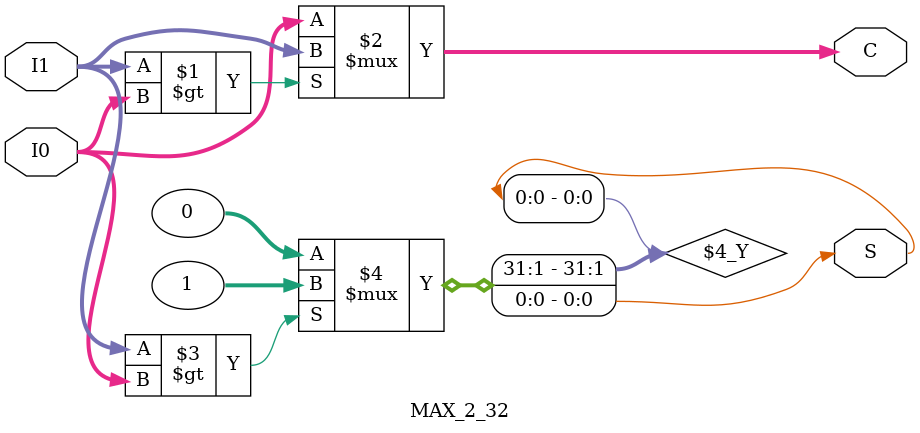
<source format=v>
`timescale 1ns / 1ps
module MAX_2_32(
    input [31:0] I0,
    input [31:0] I1,
    output [31:0] C,
	 output  S
    );
assign C = (I1>I0) ? I1 : I0;
assign S = (I1>I0) ? 1 : 0;

endmodule

</source>
